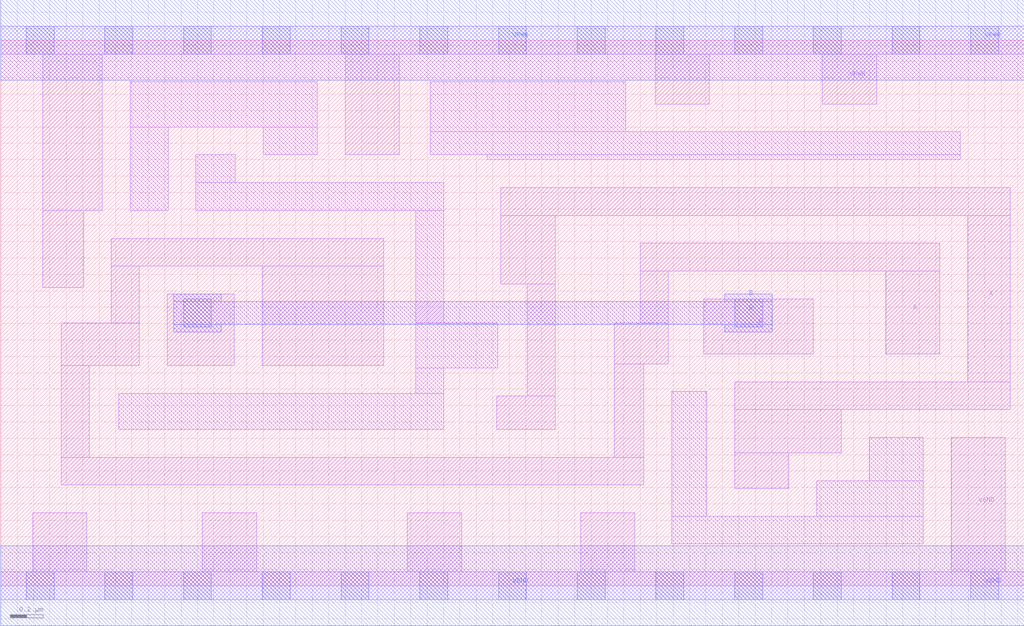
<source format=lef>
# Copyright 2020 The SkyWater PDK Authors
#
# Licensed under the Apache License, Version 2.0 (the "License");
# you may not use this file except in compliance with the License.
# You may obtain a copy of the License at
#
#     https://www.apache.org/licenses/LICENSE-2.0
#
# Unless required by applicable law or agreed to in writing, software
# distributed under the License is distributed on an "AS IS" BASIS,
# WITHOUT WARRANTIES OR CONDITIONS OF ANY KIND, either express or implied.
# See the License for the specific language governing permissions and
# limitations under the License.
#
# SPDX-License-Identifier: Apache-2.0

VERSION 5.7 ;
  NAMESCASESENSITIVE ON ;
  NOWIREEXTENSIONATPIN ON ;
  DIVIDERCHAR "/" ;
  BUSBITCHARS "[]" ;
UNITS
  DATABASE MICRONS 200 ;
END UNITS
MACRO sky130_fd_sc_lp__xor2_2
  CLASS CORE ;
  SOURCE USER ;
  FOREIGN sky130_fd_sc_lp__xor2_2 ;
  ORIGIN  0.000000  0.000000 ;
  SIZE  6.240000 BY  3.330000 ;
  SYMMETRY X Y R90 ;
  SITE unit ;
  PIN A
    ANTENNAGATEAREA  1.260000 ;
    DIRECTION INPUT ;
    USE SIGNAL ;
    PORT
      LAYER li1 ;
        RECT 0.370000 0.615000 3.920000 0.785000 ;
        RECT 0.370000 0.785000 0.540000 1.345000 ;
        RECT 0.370000 1.345000 0.845000 1.605000 ;
        RECT 0.675000 1.605000 0.845000 1.950000 ;
        RECT 0.675000 1.950000 2.335000 2.120000 ;
        RECT 1.595000 1.345000 2.335000 1.950000 ;
        RECT 3.740000 0.785000 3.920000 1.355000 ;
        RECT 3.740000 1.355000 4.070000 1.605000 ;
        RECT 3.900000 1.605000 4.070000 1.920000 ;
        RECT 3.900000 1.920000 5.725000 2.090000 ;
        RECT 5.395000 1.415000 5.725000 1.920000 ;
    END
  END A
  PIN B
    ANTENNAGATEAREA  1.260000 ;
    DIRECTION INPUT ;
    USE SIGNAL ;
    PORT
      LAYER li1 ;
        RECT 1.015000 1.345000 1.425000 1.780000 ;
        RECT 4.285000 1.415000 4.955000 1.750000 ;
      LAYER mcon ;
        RECT 1.115000 1.580000 1.285000 1.750000 ;
        RECT 4.475000 1.580000 4.645000 1.750000 ;
      LAYER met1 ;
        RECT 1.055000 1.550000 1.345000 1.595000 ;
        RECT 1.055000 1.595000 4.705000 1.735000 ;
        RECT 1.055000 1.735000 1.345000 1.780000 ;
        RECT 4.415000 1.550000 4.705000 1.595000 ;
        RECT 4.415000 1.735000 4.705000 1.780000 ;
    END
  END B
  PIN X
    ANTENNADIFFAREA  0.844200 ;
    DIRECTION OUTPUT ;
    USE SIGNAL ;
    PORT
      LAYER li1 ;
        RECT 3.025000 0.955000 3.380000 1.160000 ;
        RECT 3.050000 1.840000 3.380000 2.260000 ;
        RECT 3.050000 2.260000 6.155000 2.430000 ;
        RECT 3.210000 1.160000 3.380000 1.840000 ;
        RECT 4.475000 0.595000 4.805000 0.810000 ;
        RECT 4.475000 0.810000 5.125000 1.075000 ;
        RECT 4.475000 1.075000 6.155000 1.245000 ;
        RECT 5.895000 1.245000 6.155000 2.260000 ;
    END
  END X
  PIN VGND
    DIRECTION INOUT ;
    USE GROUND ;
    PORT
      LAYER li1 ;
        RECT 0.000000 -0.085000 6.240000 0.085000 ;
        RECT 0.195000  0.085000 0.525000 0.445000 ;
        RECT 1.230000  0.085000 1.560000 0.445000 ;
        RECT 2.480000  0.085000 2.810000 0.445000 ;
        RECT 3.535000  0.085000 3.865000 0.445000 ;
        RECT 5.795000  0.085000 6.125000 0.905000 ;
      LAYER mcon ;
        RECT 0.155000 -0.085000 0.325000 0.085000 ;
        RECT 0.635000 -0.085000 0.805000 0.085000 ;
        RECT 1.115000 -0.085000 1.285000 0.085000 ;
        RECT 1.595000 -0.085000 1.765000 0.085000 ;
        RECT 2.075000 -0.085000 2.245000 0.085000 ;
        RECT 2.555000 -0.085000 2.725000 0.085000 ;
        RECT 3.035000 -0.085000 3.205000 0.085000 ;
        RECT 3.515000 -0.085000 3.685000 0.085000 ;
        RECT 3.995000 -0.085000 4.165000 0.085000 ;
        RECT 4.475000 -0.085000 4.645000 0.085000 ;
        RECT 4.955000 -0.085000 5.125000 0.085000 ;
        RECT 5.435000 -0.085000 5.605000 0.085000 ;
        RECT 5.915000 -0.085000 6.085000 0.085000 ;
      LAYER met1 ;
        RECT 0.000000 -0.245000 6.240000 0.245000 ;
    END
  END VGND
  PIN VPWR
    DIRECTION INOUT ;
    USE POWER ;
    PORT
      LAYER li1 ;
        RECT 0.000000 3.245000 6.240000 3.415000 ;
        RECT 0.255000 1.820000 0.505000 2.290000 ;
        RECT 0.255000 2.290000 0.620000 3.245000 ;
        RECT 2.100000 2.630000 2.430000 3.245000 ;
        RECT 3.990000 2.940000 4.320000 3.245000 ;
        RECT 5.010000 2.940000 5.340000 3.245000 ;
      LAYER mcon ;
        RECT 0.155000 3.245000 0.325000 3.415000 ;
        RECT 0.635000 3.245000 0.805000 3.415000 ;
        RECT 1.115000 3.245000 1.285000 3.415000 ;
        RECT 1.595000 3.245000 1.765000 3.415000 ;
        RECT 2.075000 3.245000 2.245000 3.415000 ;
        RECT 2.555000 3.245000 2.725000 3.415000 ;
        RECT 3.035000 3.245000 3.205000 3.415000 ;
        RECT 3.515000 3.245000 3.685000 3.415000 ;
        RECT 3.995000 3.245000 4.165000 3.415000 ;
        RECT 4.475000 3.245000 4.645000 3.415000 ;
        RECT 4.955000 3.245000 5.125000 3.415000 ;
        RECT 5.435000 3.245000 5.605000 3.415000 ;
        RECT 5.915000 3.245000 6.085000 3.415000 ;
      LAYER met1 ;
        RECT 0.000000 3.085000 6.240000 3.575000 ;
    END
  END VPWR
  OBS
    LAYER li1 ;
      RECT 0.720000 0.955000 2.700000 1.175000 ;
      RECT 0.790000 2.290000 1.020000 2.800000 ;
      RECT 0.790000 2.800000 1.930000 3.075000 ;
      RECT 1.190000 2.290000 2.700000 2.460000 ;
      RECT 1.190000 2.460000 1.430000 2.630000 ;
      RECT 1.600000 2.630000 1.930000 2.800000 ;
      RECT 2.530000 1.175000 2.700000 1.330000 ;
      RECT 2.530000 1.330000 3.030000 1.605000 ;
      RECT 2.530000 1.605000 2.700000 2.290000 ;
      RECT 2.620000 2.630000 5.850000 2.770000 ;
      RECT 2.620000 2.770000 3.810000 3.075000 ;
      RECT 2.965000 2.600000 5.850000 2.630000 ;
      RECT 4.090000 0.255000 5.625000 0.425000 ;
      RECT 4.090000 0.425000 4.305000 1.185000 ;
      RECT 4.975000 0.425000 5.625000 0.640000 ;
      RECT 5.295000 0.640000 5.625000 0.905000 ;
  END
END sky130_fd_sc_lp__xor2_2

</source>
